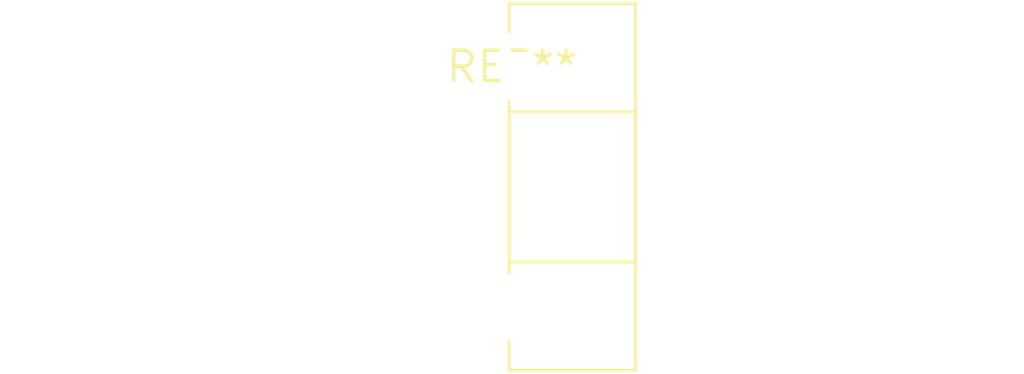
<source format=kicad_pcb>
(kicad_pcb (version 20240108) (generator pcbnew)
  (layers (0 "F.Cu" signal) (31 "B.Cu" signal) (34 "B.Paste" user) (35 "F.Paste" user) (36 "B.SilkS" user "B.Silkscreen") (37 "F.SilkS" user "F.Silkscreen") (38 "B.Mask" user) (39 "F.Mask" user) (44 "Edge.Cuts" user))
  (net 0 "")
  (footprint "Potentiometer_Piher_PT-15-H01_Horizontal" (layer "F.Cu") (at 0 0)
    (property "Reference" "REF**")
    (property "Value" "Potentiometer_Piher_PT-15-H01_Horizontal")
    (fp_line (start -0.121 -2.62) (end -0.121 -1.426) (layer "F.SilkS") (stroke (width 0.12)))
    (fp_line (start -0.121 -2.62) (end 5.12 -2.62) (layer "F.SilkS") (stroke (width 0.12)))
    (fp_line (start -0.121 1.426) (end -0.121 8.575) (layer "F.SilkS") (stroke (width 0.12)))
    (fp_line (start -0.121 1.88) (end -0.121 8.121) (layer "F.SilkS") (stroke (width 0.12)))
    (fp_line (start -0.121 1.88) (end 5.12 1.88) (layer "F.SilkS") (stroke (width 0.12)))
    (fp_line (start -0.121 8.121) (end 5.12 8.121) (layer "F.SilkS") (stroke (width 0.12)))
    (fp_line (start -0.121 11.425) (end -0.121 12.62) (layer "F.SilkS") (stroke (width 0.12)))
    (fp_line (start -0.121 12.62) (end 5.12 12.62) (layer "F.SilkS") (stroke (width 0.12)))
    (fp_line (start 5.12 -2.62) (end 5.12 12.62) (layer "F.SilkS") (stroke (width 0.12)))
    (fp_line (start 5.12 1.88) (end 5.12 8.121) (layer "F.SilkS") (stroke (width 0.12)))
    (pad "1" thru_hole circle (at 0 0) (size 2.34 2.34) (drill 1.3) (layers *.Cu *.Mask) (remove_unused_layers))
    (pad "2" thru_hole circle (at 2.5 5) (size 2.34 2.34) (drill 1.3) (layers *.Cu *.Mask) (remove_unused_layers))
    (pad "3" thru_hole circle (at 0 10) (size 2.34 2.34) (drill 1.3) (layers *.Cu *.Mask) (remove_unused_layers))
  )
)
</source>
